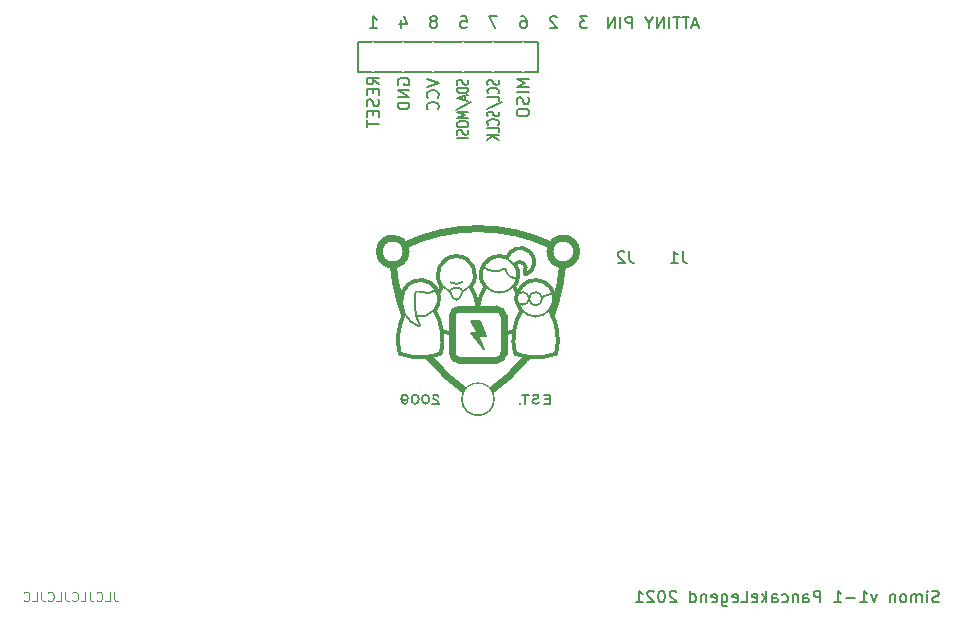
<source format=gbr>
G04 #@! TF.GenerationSoftware,KiCad,Pcbnew,(5.1.6)-1*
G04 #@! TF.CreationDate,2021-06-05T18:08:31+10:00*
G04 #@! TF.ProjectId,Simon,53696d6f-6e2e-46b6-9963-61645f706362,rev?*
G04 #@! TF.SameCoordinates,Original*
G04 #@! TF.FileFunction,Legend,Bot*
G04 #@! TF.FilePolarity,Positive*
%FSLAX46Y46*%
G04 Gerber Fmt 4.6, Leading zero omitted, Abs format (unit mm)*
G04 Created by KiCad (PCBNEW (5.1.6)-1) date 2021-06-05 18:08:31*
%MOMM*%
%LPD*%
G01*
G04 APERTURE LIST*
%ADD10C,0.150000*%
%ADD11C,0.120000*%
%ADD12C,0.600000*%
%ADD13C,0.300000*%
%ADD14C,2.002000*%
%ADD15R,2.002000X2.002000*%
%ADD16O,1.702000X2.502000*%
%ADD17R,1.702000X2.502000*%
%ADD18C,2.602000*%
%ADD19R,2.602000X2.602000*%
%ADD20R,2.102000X2.102000*%
%ADD21C,2.102000*%
%ADD22C,2.202000*%
%ADD23C,0.100000*%
G04 APERTURE END LIST*
D10*
X18633333Y23433333D02*
X18157142Y23433333D01*
X18728571Y23147619D02*
X18395238Y24147619D01*
X18061904Y23147619D01*
X17871428Y24147619D02*
X17300000Y24147619D01*
X17585714Y23147619D02*
X17585714Y24147619D01*
X17109523Y24147619D02*
X16538095Y24147619D01*
X16823809Y23147619D02*
X16823809Y24147619D01*
X16204761Y23147619D02*
X16204761Y24147619D01*
X15728571Y23147619D02*
X15728571Y24147619D01*
X15157142Y23147619D01*
X15157142Y24147619D01*
X14490476Y23623809D02*
X14490476Y23147619D01*
X14823809Y24147619D02*
X14490476Y23623809D01*
X14157142Y24147619D01*
X13061904Y23147619D02*
X13061904Y24147619D01*
X12680952Y24147619D01*
X12585714Y24100000D01*
X12538095Y24052380D01*
X12490476Y23957142D01*
X12490476Y23814285D01*
X12538095Y23719047D01*
X12585714Y23671428D01*
X12680952Y23623809D01*
X13061904Y23623809D01*
X12061904Y23147619D02*
X12061904Y24147619D01*
X11585714Y23147619D02*
X11585714Y24147619D01*
X11014285Y23147619D01*
X11014285Y24147619D01*
D11*
X-30804761Y-24561904D02*
X-30804761Y-25133333D01*
X-30766666Y-25247619D01*
X-30690476Y-25323809D01*
X-30576190Y-25361904D01*
X-30500000Y-25361904D01*
X-31566666Y-25361904D02*
X-31185714Y-25361904D01*
X-31185714Y-24561904D01*
X-32290476Y-25285714D02*
X-32252380Y-25323809D01*
X-32138095Y-25361904D01*
X-32061904Y-25361904D01*
X-31947619Y-25323809D01*
X-31871428Y-25247619D01*
X-31833333Y-25171428D01*
X-31795238Y-25019047D01*
X-31795238Y-24904761D01*
X-31833333Y-24752380D01*
X-31871428Y-24676190D01*
X-31947619Y-24600000D01*
X-32061904Y-24561904D01*
X-32138095Y-24561904D01*
X-32252380Y-24600000D01*
X-32290476Y-24638095D01*
X-32861904Y-24561904D02*
X-32861904Y-25133333D01*
X-32823809Y-25247619D01*
X-32747619Y-25323809D01*
X-32633333Y-25361904D01*
X-32557142Y-25361904D01*
X-33623809Y-25361904D02*
X-33242857Y-25361904D01*
X-33242857Y-24561904D01*
X-34347619Y-25285714D02*
X-34309523Y-25323809D01*
X-34195238Y-25361904D01*
X-34119047Y-25361904D01*
X-34004761Y-25323809D01*
X-33928571Y-25247619D01*
X-33890476Y-25171428D01*
X-33852380Y-25019047D01*
X-33852380Y-24904761D01*
X-33890476Y-24752380D01*
X-33928571Y-24676190D01*
X-34004761Y-24600000D01*
X-34119047Y-24561904D01*
X-34195238Y-24561904D01*
X-34309523Y-24600000D01*
X-34347619Y-24638095D01*
X-34919047Y-24561904D02*
X-34919047Y-25133333D01*
X-34880952Y-25247619D01*
X-34804761Y-25323809D01*
X-34690476Y-25361904D01*
X-34614285Y-25361904D01*
X-35680952Y-25361904D02*
X-35300000Y-25361904D01*
X-35300000Y-24561904D01*
X-36404761Y-25285714D02*
X-36366666Y-25323809D01*
X-36252380Y-25361904D01*
X-36176190Y-25361904D01*
X-36061904Y-25323809D01*
X-35985714Y-25247619D01*
X-35947619Y-25171428D01*
X-35909523Y-25019047D01*
X-35909523Y-24904761D01*
X-35947619Y-24752380D01*
X-35985714Y-24676190D01*
X-36061904Y-24600000D01*
X-36176190Y-24561904D01*
X-36252380Y-24561904D01*
X-36366666Y-24600000D01*
X-36404761Y-24638095D01*
X-36976190Y-24561904D02*
X-36976190Y-25133333D01*
X-36938095Y-25247619D01*
X-36861904Y-25323809D01*
X-36747619Y-25361904D01*
X-36671428Y-25361904D01*
X-37738095Y-25361904D02*
X-37357142Y-25361904D01*
X-37357142Y-24561904D01*
X-38461904Y-25285714D02*
X-38423809Y-25323809D01*
X-38309523Y-25361904D01*
X-38233333Y-25361904D01*
X-38119047Y-25323809D01*
X-38042857Y-25247619D01*
X-38004761Y-25171428D01*
X-37966666Y-25019047D01*
X-37966666Y-24904761D01*
X-38004761Y-24752380D01*
X-38042857Y-24676190D01*
X-38119047Y-24600000D01*
X-38233333Y-24561904D01*
X-38309523Y-24561904D01*
X-38423809Y-24600000D01*
X-38461904Y-24638095D01*
D10*
X39033333Y-25404761D02*
X38890476Y-25452380D01*
X38652380Y-25452380D01*
X38557142Y-25404761D01*
X38509523Y-25357142D01*
X38461904Y-25261904D01*
X38461904Y-25166666D01*
X38509523Y-25071428D01*
X38557142Y-25023809D01*
X38652380Y-24976190D01*
X38842857Y-24928571D01*
X38938095Y-24880952D01*
X38985714Y-24833333D01*
X39033333Y-24738095D01*
X39033333Y-24642857D01*
X38985714Y-24547619D01*
X38938095Y-24500000D01*
X38842857Y-24452380D01*
X38604761Y-24452380D01*
X38461904Y-24500000D01*
X38033333Y-25452380D02*
X38033333Y-24785714D01*
X38033333Y-24452380D02*
X38080952Y-24500000D01*
X38033333Y-24547619D01*
X37985714Y-24500000D01*
X38033333Y-24452380D01*
X38033333Y-24547619D01*
X37557142Y-25452380D02*
X37557142Y-24785714D01*
X37557142Y-24880952D02*
X37509523Y-24833333D01*
X37414285Y-24785714D01*
X37271428Y-24785714D01*
X37176190Y-24833333D01*
X37128571Y-24928571D01*
X37128571Y-25452380D01*
X37128571Y-24928571D02*
X37080952Y-24833333D01*
X36985714Y-24785714D01*
X36842857Y-24785714D01*
X36747619Y-24833333D01*
X36700000Y-24928571D01*
X36700000Y-25452380D01*
X36080952Y-25452380D02*
X36176190Y-25404761D01*
X36223809Y-25357142D01*
X36271428Y-25261904D01*
X36271428Y-24976190D01*
X36223809Y-24880952D01*
X36176190Y-24833333D01*
X36080952Y-24785714D01*
X35938095Y-24785714D01*
X35842857Y-24833333D01*
X35795238Y-24880952D01*
X35747619Y-24976190D01*
X35747619Y-25261904D01*
X35795238Y-25357142D01*
X35842857Y-25404761D01*
X35938095Y-25452380D01*
X36080952Y-25452380D01*
X35319047Y-24785714D02*
X35319047Y-25452380D01*
X35319047Y-24880952D02*
X35271428Y-24833333D01*
X35176190Y-24785714D01*
X35033333Y-24785714D01*
X34938095Y-24833333D01*
X34890476Y-24928571D01*
X34890476Y-25452380D01*
X33747619Y-24785714D02*
X33509523Y-25452380D01*
X33271428Y-24785714D01*
X32366666Y-25452380D02*
X32938095Y-25452380D01*
X32652380Y-25452380D02*
X32652380Y-24452380D01*
X32747619Y-24595238D01*
X32842857Y-24690476D01*
X32938095Y-24738095D01*
X31938095Y-25071428D02*
X31176190Y-25071428D01*
X30176190Y-25452380D02*
X30747619Y-25452380D01*
X30461904Y-25452380D02*
X30461904Y-24452380D01*
X30557142Y-24595238D01*
X30652380Y-24690476D01*
X30747619Y-24738095D01*
X28985714Y-25452380D02*
X28985714Y-24452380D01*
X28604761Y-24452380D01*
X28509523Y-24500000D01*
X28461904Y-24547619D01*
X28414285Y-24642857D01*
X28414285Y-24785714D01*
X28461904Y-24880952D01*
X28509523Y-24928571D01*
X28604761Y-24976190D01*
X28985714Y-24976190D01*
X27557142Y-25452380D02*
X27557142Y-24928571D01*
X27604761Y-24833333D01*
X27700000Y-24785714D01*
X27890476Y-24785714D01*
X27985714Y-24833333D01*
X27557142Y-25404761D02*
X27652380Y-25452380D01*
X27890476Y-25452380D01*
X27985714Y-25404761D01*
X28033333Y-25309523D01*
X28033333Y-25214285D01*
X27985714Y-25119047D01*
X27890476Y-25071428D01*
X27652380Y-25071428D01*
X27557142Y-25023809D01*
X27080952Y-24785714D02*
X27080952Y-25452380D01*
X27080952Y-24880952D02*
X27033333Y-24833333D01*
X26938095Y-24785714D01*
X26795238Y-24785714D01*
X26700000Y-24833333D01*
X26652380Y-24928571D01*
X26652380Y-25452380D01*
X25747619Y-25404761D02*
X25842857Y-25452380D01*
X26033333Y-25452380D01*
X26128571Y-25404761D01*
X26176190Y-25357142D01*
X26223809Y-25261904D01*
X26223809Y-24976190D01*
X26176190Y-24880952D01*
X26128571Y-24833333D01*
X26033333Y-24785714D01*
X25842857Y-24785714D01*
X25747619Y-24833333D01*
X24890476Y-25452380D02*
X24890476Y-24928571D01*
X24938095Y-24833333D01*
X25033333Y-24785714D01*
X25223809Y-24785714D01*
X25319047Y-24833333D01*
X24890476Y-25404761D02*
X24985714Y-25452380D01*
X25223809Y-25452380D01*
X25319047Y-25404761D01*
X25366666Y-25309523D01*
X25366666Y-25214285D01*
X25319047Y-25119047D01*
X25223809Y-25071428D01*
X24985714Y-25071428D01*
X24890476Y-25023809D01*
X24414285Y-25452380D02*
X24414285Y-24452380D01*
X24319047Y-25071428D02*
X24033333Y-25452380D01*
X24033333Y-24785714D02*
X24414285Y-25166666D01*
X23223809Y-25404761D02*
X23319047Y-25452380D01*
X23509523Y-25452380D01*
X23604761Y-25404761D01*
X23652380Y-25309523D01*
X23652380Y-24928571D01*
X23604761Y-24833333D01*
X23509523Y-24785714D01*
X23319047Y-24785714D01*
X23223809Y-24833333D01*
X23176190Y-24928571D01*
X23176190Y-25023809D01*
X23652380Y-25119047D01*
X22271428Y-25452380D02*
X22747619Y-25452380D01*
X22747619Y-24452380D01*
X21557142Y-25404761D02*
X21652380Y-25452380D01*
X21842857Y-25452380D01*
X21938095Y-25404761D01*
X21985714Y-25309523D01*
X21985714Y-24928571D01*
X21938095Y-24833333D01*
X21842857Y-24785714D01*
X21652380Y-24785714D01*
X21557142Y-24833333D01*
X21509523Y-24928571D01*
X21509523Y-25023809D01*
X21985714Y-25119047D01*
X20652380Y-24785714D02*
X20652380Y-25595238D01*
X20700000Y-25690476D01*
X20747619Y-25738095D01*
X20842857Y-25785714D01*
X20985714Y-25785714D01*
X21080952Y-25738095D01*
X20652380Y-25404761D02*
X20747619Y-25452380D01*
X20938095Y-25452380D01*
X21033333Y-25404761D01*
X21080952Y-25357142D01*
X21128571Y-25261904D01*
X21128571Y-24976190D01*
X21080952Y-24880952D01*
X21033333Y-24833333D01*
X20938095Y-24785714D01*
X20747619Y-24785714D01*
X20652380Y-24833333D01*
X19795238Y-25404761D02*
X19890476Y-25452380D01*
X20080952Y-25452380D01*
X20176190Y-25404761D01*
X20223809Y-25309523D01*
X20223809Y-24928571D01*
X20176190Y-24833333D01*
X20080952Y-24785714D01*
X19890476Y-24785714D01*
X19795238Y-24833333D01*
X19747619Y-24928571D01*
X19747619Y-25023809D01*
X20223809Y-25119047D01*
X19319047Y-24785714D02*
X19319047Y-25452380D01*
X19319047Y-24880952D02*
X19271428Y-24833333D01*
X19176190Y-24785714D01*
X19033333Y-24785714D01*
X18938095Y-24833333D01*
X18890476Y-24928571D01*
X18890476Y-25452380D01*
X17985714Y-25452380D02*
X17985714Y-24452380D01*
X17985714Y-25404761D02*
X18080952Y-25452380D01*
X18271428Y-25452380D01*
X18366666Y-25404761D01*
X18414285Y-25357142D01*
X18461904Y-25261904D01*
X18461904Y-24976190D01*
X18414285Y-24880952D01*
X18366666Y-24833333D01*
X18271428Y-24785714D01*
X18080952Y-24785714D01*
X17985714Y-24833333D01*
X16795238Y-24547619D02*
X16747619Y-24500000D01*
X16652380Y-24452380D01*
X16414285Y-24452380D01*
X16319047Y-24500000D01*
X16271428Y-24547619D01*
X16223809Y-24642857D01*
X16223809Y-24738095D01*
X16271428Y-24880952D01*
X16842857Y-25452380D01*
X16223809Y-25452380D01*
X15604761Y-24452380D02*
X15509523Y-24452380D01*
X15414285Y-24500000D01*
X15366666Y-24547619D01*
X15319047Y-24642857D01*
X15271428Y-24833333D01*
X15271428Y-25071428D01*
X15319047Y-25261904D01*
X15366666Y-25357142D01*
X15414285Y-25404761D01*
X15509523Y-25452380D01*
X15604761Y-25452380D01*
X15700000Y-25404761D01*
X15747619Y-25357142D01*
X15795238Y-25261904D01*
X15842857Y-25071428D01*
X15842857Y-24833333D01*
X15795238Y-24642857D01*
X15747619Y-24547619D01*
X15700000Y-24500000D01*
X15604761Y-24452380D01*
X14890476Y-24547619D02*
X14842857Y-24500000D01*
X14747619Y-24452380D01*
X14509523Y-24452380D01*
X14414285Y-24500000D01*
X14366666Y-24547619D01*
X14319047Y-24642857D01*
X14319047Y-24738095D01*
X14366666Y-24880952D01*
X14938095Y-25452380D01*
X14319047Y-25452380D01*
X13366666Y-25452380D02*
X13938095Y-25452380D01*
X13652380Y-25452380D02*
X13652380Y-24452380D01*
X13747619Y-24595238D01*
X13842857Y-24690476D01*
X13938095Y-24738095D01*
D12*
X1569904Y-4963953D02*
X-1562096Y-4963953D01*
X-2173346Y-1220703D02*
X-2173346Y-4352703D01*
X1569904Y-609453D02*
X-1562096Y-609453D01*
X2181154Y-4352703D02*
X2181154Y-1220703D01*
X1138519Y-8254779D02*
G75*
G03*
X1138519Y-8254779I-1134615J0D01*
G01*
X-6083021Y4253296D02*
G75*
G03*
X-6083021Y4253296I-1134615J0D01*
G01*
X8360060Y4253296D02*
G75*
G03*
X8360060Y4253296I-1134615J0D01*
G01*
D10*
X-5928077Y-8120070D02*
G75*
G03*
X-5928077Y-8120070I-259791J0D01*
G01*
X-3544669Y-8307896D02*
X-3724650Y-8225208D01*
X-3877461Y-8649279D02*
X-3300480Y-8649279D01*
X3524762Y-8649279D02*
X3524762Y-8557096D01*
X4955805Y-8204767D02*
X4827182Y-8228239D01*
X4026150Y-7860279D02*
X4026150Y-8649279D01*
X4339823Y-7860279D02*
X3712477Y-7860279D01*
X6064207Y-8215329D02*
X5701686Y-8215329D01*
X6064207Y-7860279D02*
X5558023Y-7860279D01*
X6064207Y-8649279D02*
X6064207Y-7860279D01*
X5558023Y-8649279D02*
X6064207Y-8649279D01*
X-89166Y-3038667D02*
X-276906Y-2821435D01*
X-191618Y-2821435D02*
X-89166Y-3038667D01*
X-276906Y-2821435D02*
X-191618Y-2821435D01*
X101526Y-2210082D02*
X-63414Y-1914315D01*
X-19449Y-1914315D02*
X101526Y-2210082D01*
X-63414Y-1914315D02*
X-19449Y-1914315D01*
X272685Y-2670988D02*
X-191113Y-1839315D01*
X371078Y-2670988D02*
X272685Y-2670988D01*
X30906Y-1839315D02*
X371078Y-2670988D01*
X-191113Y-1839315D02*
X30906Y-1839315D01*
X228636Y-2745988D02*
X-318812Y-1764315D01*
X482786Y-2745988D02*
X228636Y-2745988D01*
X81260Y-1764315D02*
X482786Y-2745988D01*
X-318812Y-1764315D02*
X81260Y-1764315D01*
X143012Y-2746435D02*
X-446511Y-1689315D01*
X-440851Y-2746435D02*
X143012Y-2746435D01*
X212447Y-3502362D02*
X-440851Y-2746435D01*
X-108907Y-2820988D02*
X212447Y-3502362D01*
X594494Y-2820988D02*
X-108907Y-2820988D01*
X131615Y-1689315D02*
X594494Y-2820988D01*
X-446511Y-1689315D02*
X131615Y-1689315D01*
X15313Y-2671435D02*
X-574211Y-1614315D01*
X-604796Y-2671435D02*
X15313Y-2671435D01*
X514059Y-3966056D02*
X-604796Y-2671435D01*
X9388Y-2895988D02*
X514059Y-3966056D01*
X706202Y-2895988D02*
X9388Y-2895988D01*
X181969Y-1614315D02*
X706202Y-2895988D01*
X-574211Y-1614315D02*
X181969Y-1614315D01*
X5412494Y426904D02*
X6392937Y742213D01*
X-5336060Y-433262D02*
X-5336060Y635281D01*
X4324599Y280778D02*
G75*
G03*
X4324599Y280778I-531776J0D01*
G01*
X5439183Y256737D02*
G75*
G03*
X5439183Y256737I-555817J0D01*
G01*
D12*
X-4039791Y-4785348D02*
G75*
G03*
X-955660Y-7649314I11265236J9038644D01*
G01*
X963468Y-7649314D02*
G75*
G03*
X4047598Y-4785348I-8181104J11902610D01*
G01*
X6610334Y82709D02*
G75*
G03*
X7167651Y3074963I-13841198J4125993D01*
G01*
X6221315Y4781570D02*
G75*
G03*
X-6213506Y4781570I-6217411J-13036349D01*
G01*
X-7173071Y3119557D02*
G75*
G03*
X-6653810Y257187I14398516J1133739D01*
G01*
X-2173346Y-4352703D02*
G75*
G03*
X-1562096Y-4963953I611250J0D01*
G01*
X1569904Y-4963953D02*
G75*
G03*
X2181154Y-4352703I0J611250D01*
G01*
X-1562096Y-609453D02*
G75*
G03*
X-2173346Y-1220703I0J-611250D01*
G01*
X2181154Y-1220703D02*
G75*
G03*
X1569904Y-609453I-611250J0D01*
G01*
D13*
X-4319324Y-4672865D02*
G75*
G03*
X-4156786Y-4879220I11544769J8926161D01*
G01*
X4164594Y-4879220D02*
G75*
G03*
X4327132Y-4672864I-11382230J9132516D01*
G01*
X6325505Y-1181899D02*
G75*
G03*
X6756254Y47538I-13543141J5435195D01*
G01*
X-6797954Y215685D02*
G75*
G03*
X-6317696Y-1181899I14023399J4037611D01*
G01*
X3662156Y-754764D02*
G75*
G03*
X3141818Y-4388408I4233261J-2460281D01*
G01*
X6624914Y-4388408D02*
G75*
G03*
X6104577Y-754764I-4753598J1173363D01*
G01*
X3141818Y-4388408D02*
G75*
G03*
X6624914Y-4388408I1741548J4645145D01*
G01*
X3363762Y709828D02*
G75*
G03*
X3345271Y-128947I429061J-429050D01*
G01*
X3345271Y-128947D02*
G75*
G03*
X3662156Y-754764I1538095J385684D01*
G01*
X2181154Y-2672250D02*
G75*
G03*
X3046781Y-2533715I-348085J4948657D01*
G01*
X-6617106Y-4388408D02*
G75*
G03*
X-3134010Y-4388408I1741548J4645145D01*
G01*
X-6317697Y-1181899D02*
G75*
G03*
X-6617106Y-4388408I4454189J-2033146D01*
G01*
X-3134011Y-4388408D02*
G75*
G03*
X-3654348Y-754764I-4753598J1173363D01*
G01*
X-3038973Y-2533715D02*
G75*
G03*
X-2173346Y-2672250I1213712J4810122D01*
G01*
X-3046471Y1264906D02*
G75*
G03*
X-3342900Y663493I4233261J-2460281D01*
G01*
X3903Y-463178D02*
G75*
G03*
X-604051Y1264906I-4841215J-732197D01*
G01*
X-604051Y1264906D02*
G75*
G03*
X-3046471Y1264906I-1221210J1011501D01*
G01*
X-3654347Y-754764D02*
G75*
G03*
X-6326249Y897039I-1221211J1011501D01*
G01*
X6182604Y-894212D02*
G75*
G03*
X6610334Y82709I-1299238J1150949D01*
G01*
X6104576Y-754764D02*
G75*
G03*
X3363762Y709828I-1221210J1011501D01*
G01*
X3341338Y686165D02*
G75*
G03*
X3054280Y1264906I-4520319J-1881540D01*
G01*
X3054279Y1264906D02*
G75*
G03*
X3141106Y3172805I-1221210J1011501D01*
G01*
X3940382Y2540392D02*
G75*
G03*
X4124105Y2311503I116071J-95012D01*
G01*
X4124106Y2311502D02*
G75*
G03*
X2468445Y3729262I-532502J1053765D01*
G01*
X2468445Y3729262D02*
G75*
G03*
X611859Y1264906I-635376J-1452855D01*
G01*
X611859Y1264905D02*
G75*
G03*
X3904Y-463179I4233261J-2460280D01*
G01*
X-6326249Y897040D02*
G75*
G03*
X-6264109Y-1068375I2079707J-917936D01*
G01*
X3940382Y2540392D02*
G75*
G03*
X3141106Y3172805I-394392J322837D01*
G01*
D10*
X-4656060Y-7981663D02*
G75*
G03*
X-4656060Y-8527895I415305J-273116D01*
G01*
X-4656060Y-8527896D02*
G75*
G03*
X-4205851Y-8527895I225104J148035D01*
G01*
X-4205851Y-8527896D02*
G75*
G03*
X-4205851Y-7981663I-415306J273117D01*
G01*
X-4205852Y-7981664D02*
G75*
G03*
X-4656060Y-7981663I-225104J-148034D01*
G01*
X-6187868Y-7860280D02*
G75*
G03*
X-6412972Y-7981663I0J-269418D01*
G01*
X-6412972Y-7981663D02*
G75*
G03*
X-6412972Y-8527895I415305J-273116D01*
G01*
X-6412972Y-8527896D02*
G75*
G03*
X-5962763Y-8527895I225104J148035D01*
G01*
X-5542423Y-7981662D02*
G75*
G03*
X-5542423Y-8527895I415306J-273117D01*
G01*
X-5542422Y-8527896D02*
G75*
G03*
X-5092214Y-8527895I225104J148035D01*
G01*
X-5092214Y-8527896D02*
G75*
G03*
X-5092214Y-7981663I-415306J273117D01*
G01*
X-5092213Y-7981663D02*
G75*
G03*
X-5542423Y-7981663I-225105J-148035D01*
G01*
X-3326040Y-8057634D02*
G75*
G03*
X-3388110Y-7929885I-162500J-1D01*
G01*
X-3388109Y-7929885D02*
G75*
G03*
X-3789831Y-7929885I-200861J-255499D01*
G01*
X-3789831Y-7929886D02*
G75*
G03*
X-3789831Y-8185384I100430J-127749D01*
G01*
X-3789831Y-8185384D02*
G75*
G03*
X-3724650Y-8225208I200861J255499D01*
G01*
X-3440564Y-8369757D02*
G75*
G03*
X-3544669Y-8307896I-344167J-460665D01*
G01*
X-3300480Y-8649279D02*
G75*
G03*
X-3440564Y-8369758I-348918J0D01*
G01*
X5127455Y-8575530D02*
G75*
G03*
X5180327Y-8514237I-100303J139972D01*
G01*
X4668395Y-8575530D02*
G75*
G03*
X5127455Y-8575530I229530J320310D01*
G01*
X4668395Y-8295585D02*
G75*
G03*
X4668394Y-8575530I100302J-139973D01*
G01*
X4827182Y-8228238D02*
G75*
G03*
X4668394Y-8295586I70743J-387658D01*
G01*
X4955805Y-8204767D02*
G75*
G03*
X5085722Y-8149665I-57880J317174D01*
G01*
X5085723Y-8149665D02*
G75*
G03*
X5085722Y-7920619I-82066J114523D01*
G01*
X5085723Y-7920618D02*
G75*
G03*
X4710127Y-7920619I-187798J-262073D01*
G01*
X4710127Y-7920619D02*
G75*
G03*
X4666868Y-7970768I82066J-114523D01*
G01*
X3702884Y-685984D02*
G75*
G03*
X6063848Y-685983I1180482J942721D01*
G01*
X652587Y1333686D02*
G75*
G03*
X3013551Y1333687I1180482J942721D01*
G01*
X-4997593Y-2086893D02*
G75*
G03*
X-4907685Y-1977774I25623J70487D01*
G01*
X-3005742Y1333687D02*
G75*
G03*
X-2365458Y865576I1180481J942720D01*
G01*
X-1285064Y865575D02*
G75*
G03*
X-644779Y1333687I-540197J1410832D01*
G01*
X424315Y3004350D02*
G75*
G03*
X2241716Y2805115I1037146J1072050D01*
G01*
X-2085919Y291481D02*
G75*
G03*
X-1564603Y291481I260658J226839D01*
G01*
X-2365630Y866477D02*
G75*
G03*
X-2085919Y291481I1206067J231170D01*
G01*
X-2228095Y1104695D02*
G75*
G03*
X-2365631Y866477I68976J-198636D01*
G01*
X-1422427Y1104695D02*
G75*
G03*
X-2228096Y1104695I-402834J-1160070D01*
G01*
X-1284891Y866476D02*
G75*
G03*
X-1422426Y1104695I-206512J39583D01*
G01*
X-1564602Y291481D02*
G75*
G03*
X-1284891Y866477I-926357J806166D01*
G01*
X2355657Y2747790D02*
G75*
G03*
X3398247Y2022026I824588J72811D01*
G01*
X2355657Y2747791D02*
G75*
G03*
X2241716Y2805115I-74709J-6597D01*
G01*
X-5233450Y-1210972D02*
G75*
G03*
X-3695077Y-685983I357892J1467709D01*
G01*
X-6222283Y-984673D02*
G75*
G03*
X-4997594Y-2086892I1975741J963777D01*
G01*
X-4958129Y866998D02*
G75*
G03*
X-3481951Y1013274I623870J1225801D01*
G01*
X-4958129Y866997D02*
G75*
G03*
X-5336060Y635281I-117931J-231716D01*
G01*
X-5336060Y-433262D02*
G75*
G03*
X-4907685Y-1977774I2998567J0D01*
G01*
X-2335542Y1650637D02*
G75*
G03*
X-1314981Y1650636I510281J883831D01*
G01*
X3096843Y3104134D02*
G75*
G03*
X2447433Y3656557I-1263774J-827727D01*
G01*
X5080000Y21971000D02*
X-10160000Y21971000D01*
X-10160000Y19431000D02*
X5080000Y19431000D01*
X-10160000Y21971000D02*
X-10160000Y19431000D01*
X5080000Y21971000D02*
X5080000Y19431000D01*
X12833333Y4297619D02*
X12833333Y3583333D01*
X12880952Y3440476D01*
X12976190Y3345238D01*
X13119047Y3297619D01*
X13214285Y3297619D01*
X12404761Y4202380D02*
X12357142Y4250000D01*
X12261904Y4297619D01*
X12023809Y4297619D01*
X11928571Y4250000D01*
X11880952Y4202380D01*
X11833333Y4107142D01*
X11833333Y4011904D01*
X11880952Y3869047D01*
X12452380Y3297619D01*
X11833333Y3297619D01*
X17333333Y4297619D02*
X17333333Y3583333D01*
X17380952Y3440476D01*
X17476190Y3345238D01*
X17619047Y3297619D01*
X17714285Y3297619D01*
X16333333Y3297619D02*
X16904761Y3297619D01*
X16619047Y3297619D02*
X16619047Y4297619D01*
X16714285Y4154761D01*
X16809523Y4059523D01*
X16904761Y4011904D01*
X4302380Y18879452D02*
X3302380Y18879452D01*
X4016666Y18546119D01*
X3302380Y18212785D01*
X4302380Y18212785D01*
X4302380Y17736595D02*
X3302380Y17736595D01*
X4254761Y17308023D02*
X4302380Y17165166D01*
X4302380Y16927071D01*
X4254761Y16831833D01*
X4207142Y16784214D01*
X4111904Y16736595D01*
X4016666Y16736595D01*
X3921428Y16784214D01*
X3873809Y16831833D01*
X3826190Y16927071D01*
X3778571Y17117547D01*
X3730952Y17212785D01*
X3683333Y17260404D01*
X3588095Y17308023D01*
X3492857Y17308023D01*
X3397619Y17260404D01*
X3350000Y17212785D01*
X3302380Y17117547D01*
X3302380Y16879452D01*
X3350000Y16736595D01*
X3302380Y16117547D02*
X3302380Y15927071D01*
X3350000Y15831833D01*
X3445238Y15736595D01*
X3635714Y15688976D01*
X3969047Y15688976D01*
X4159523Y15736595D01*
X4254761Y15831833D01*
X4302380Y15927071D01*
X4302380Y16117547D01*
X4254761Y16212785D01*
X4159523Y16308023D01*
X3969047Y16355642D01*
X3635714Y16355642D01*
X3445238Y16308023D01*
X3350000Y16212785D01*
X3302380Y16117547D01*
X1744761Y18769166D02*
X1792380Y18669166D01*
X1792380Y18502500D01*
X1744761Y18435833D01*
X1697142Y18402500D01*
X1601904Y18369166D01*
X1506666Y18369166D01*
X1411428Y18402500D01*
X1363809Y18435833D01*
X1316190Y18502500D01*
X1268571Y18635833D01*
X1220952Y18702500D01*
X1173333Y18735833D01*
X1078095Y18769166D01*
X982857Y18769166D01*
X887619Y18735833D01*
X840000Y18702500D01*
X792380Y18635833D01*
X792380Y18469166D01*
X840000Y18369166D01*
X1697142Y17669166D02*
X1744761Y17702500D01*
X1792380Y17802500D01*
X1792380Y17869166D01*
X1744761Y17969166D01*
X1649523Y18035833D01*
X1554285Y18069166D01*
X1363809Y18102500D01*
X1220952Y18102500D01*
X1030476Y18069166D01*
X935238Y18035833D01*
X840000Y17969166D01*
X792380Y17869166D01*
X792380Y17802500D01*
X840000Y17702500D01*
X887619Y17669166D01*
X1792380Y17035833D02*
X1792380Y17369166D01*
X792380Y17369166D01*
X744761Y16302500D02*
X2030476Y16902500D01*
X1744761Y16102500D02*
X1792380Y16002500D01*
X1792380Y15835833D01*
X1744761Y15769166D01*
X1697142Y15735833D01*
X1601904Y15702500D01*
X1506666Y15702500D01*
X1411428Y15735833D01*
X1363809Y15769166D01*
X1316190Y15835833D01*
X1268571Y15969166D01*
X1220952Y16035833D01*
X1173333Y16069166D01*
X1078095Y16102500D01*
X982857Y16102500D01*
X887619Y16069166D01*
X839999Y16035833D01*
X792380Y15969166D01*
X792380Y15802500D01*
X839999Y15702500D01*
X1697142Y15002500D02*
X1744761Y15035833D01*
X1792380Y15135833D01*
X1792380Y15202500D01*
X1744761Y15302500D01*
X1649523Y15369166D01*
X1554285Y15402500D01*
X1363809Y15435833D01*
X1220952Y15435833D01*
X1030476Y15402500D01*
X935238Y15369166D01*
X839999Y15302500D01*
X792380Y15202500D01*
X792380Y15135833D01*
X839999Y15035833D01*
X887619Y15002500D01*
X1792380Y14369166D02*
X1792380Y14702500D01*
X792380Y14702500D01*
X1792380Y14135833D02*
X792380Y14135833D01*
X1792380Y13735833D02*
X1220952Y14035833D01*
X792380Y13735833D02*
X1363809Y14135833D01*
X-845238Y18769166D02*
X-797619Y18669166D01*
X-797619Y18502500D01*
X-845238Y18435833D01*
X-892857Y18402500D01*
X-988095Y18369166D01*
X-1083333Y18369166D01*
X-1178571Y18402500D01*
X-1226190Y18435833D01*
X-1273809Y18502500D01*
X-1321428Y18635833D01*
X-1369047Y18702500D01*
X-1416666Y18735833D01*
X-1511904Y18769166D01*
X-1607142Y18769166D01*
X-1702380Y18735833D01*
X-1750000Y18702500D01*
X-1797619Y18635833D01*
X-1797619Y18469166D01*
X-1750000Y18369166D01*
X-797619Y18069166D02*
X-1797619Y18069166D01*
X-1797619Y17902500D01*
X-1750000Y17802500D01*
X-1654761Y17735833D01*
X-1559523Y17702500D01*
X-1369047Y17669166D01*
X-1226190Y17669166D01*
X-1035714Y17702500D01*
X-940476Y17735833D01*
X-845238Y17802500D01*
X-797619Y17902500D01*
X-797619Y18069166D01*
X-1083333Y17402500D02*
X-1083333Y17069166D01*
X-797619Y17469166D02*
X-1797619Y17235833D01*
X-797619Y17002500D01*
X-1845238Y16269166D02*
X-559523Y16869166D01*
X-797619Y16035833D02*
X-1797619Y16035833D01*
X-1083333Y15802500D01*
X-1797619Y15569166D01*
X-797619Y15569166D01*
X-1797619Y15102500D02*
X-1797619Y14969166D01*
X-1750000Y14902500D01*
X-1654761Y14835833D01*
X-1464285Y14802500D01*
X-1130952Y14802500D01*
X-940476Y14835833D01*
X-845238Y14902500D01*
X-797619Y14969166D01*
X-797619Y15102500D01*
X-845238Y15169166D01*
X-940476Y15235833D01*
X-1130952Y15269166D01*
X-1464285Y15269166D01*
X-1654761Y15235833D01*
X-1750000Y15169166D01*
X-1797619Y15102500D01*
X-845238Y14535833D02*
X-797619Y14435833D01*
X-797619Y14269166D01*
X-845238Y14202500D01*
X-892857Y14169166D01*
X-988095Y14135833D01*
X-1083333Y14135833D01*
X-1178571Y14169166D01*
X-1226190Y14202500D01*
X-1273809Y14269166D01*
X-1321428Y14402500D01*
X-1369047Y14469166D01*
X-1416666Y14502500D01*
X-1511904Y14535833D01*
X-1607142Y14535833D01*
X-1702380Y14502500D01*
X-1750000Y14469166D01*
X-1797619Y14402500D01*
X-1797619Y14235833D01*
X-1750000Y14135833D01*
X-797619Y13835833D02*
X-1797619Y13835833D01*
X-4317619Y18853261D02*
X-3317619Y18519928D01*
X-4317619Y18186595D01*
X-3412857Y17281833D02*
X-3365238Y17329452D01*
X-3317619Y17472309D01*
X-3317619Y17567547D01*
X-3365238Y17710404D01*
X-3460476Y17805642D01*
X-3555714Y17853261D01*
X-3746190Y17900880D01*
X-3889047Y17900880D01*
X-4079523Y17853261D01*
X-4174761Y17805642D01*
X-4270000Y17710404D01*
X-4317619Y17567547D01*
X-4317619Y17472309D01*
X-4270000Y17329452D01*
X-4222380Y17281833D01*
X-3412857Y16281833D02*
X-3365238Y16329452D01*
X-3317619Y16472309D01*
X-3317619Y16567547D01*
X-3365238Y16710404D01*
X-3460476Y16805642D01*
X-3555714Y16853261D01*
X-3746190Y16900880D01*
X-3889047Y16900880D01*
X-4079523Y16853261D01*
X-4174761Y16805642D01*
X-4270000Y16710404D01*
X-4317619Y16567547D01*
X-4317619Y16472309D01*
X-4270000Y16329452D01*
X-4222380Y16281833D01*
X-6760000Y18384214D02*
X-6807619Y18479452D01*
X-6807619Y18622309D01*
X-6760000Y18765166D01*
X-6664761Y18860404D01*
X-6569523Y18908023D01*
X-6379047Y18955642D01*
X-6236190Y18955642D01*
X-6045714Y18908023D01*
X-5950476Y18860404D01*
X-5855238Y18765166D01*
X-5807619Y18622309D01*
X-5807619Y18527071D01*
X-5855238Y18384214D01*
X-5902857Y18336595D01*
X-6236190Y18336595D01*
X-6236190Y18527071D01*
X-5807619Y17908023D02*
X-6807619Y17908023D01*
X-5807619Y17336595D01*
X-6807619Y17336595D01*
X-5807619Y16860404D02*
X-6807619Y16860404D01*
X-6807619Y16622309D01*
X-6760000Y16479452D01*
X-6664761Y16384214D01*
X-6569523Y16336595D01*
X-6379047Y16288976D01*
X-6236190Y16288976D01*
X-6045714Y16336595D01*
X-5950476Y16384214D01*
X-5855238Y16479452D01*
X-5807619Y16622309D01*
X-5807619Y16860404D01*
X-3674761Y23745047D02*
X-3579523Y23792666D01*
X-3531904Y23840285D01*
X-3484285Y23935523D01*
X-3484285Y23983142D01*
X-3531904Y24078380D01*
X-3579523Y24126000D01*
X-3674761Y24173619D01*
X-3865238Y24173619D01*
X-3960476Y24126000D01*
X-4008095Y24078380D01*
X-4055714Y23983142D01*
X-4055714Y23935523D01*
X-4008095Y23840285D01*
X-3960476Y23792666D01*
X-3865238Y23745047D01*
X-3674761Y23745047D01*
X-3579523Y23697428D01*
X-3531904Y23649809D01*
X-3484285Y23554571D01*
X-3484285Y23364095D01*
X-3531904Y23268857D01*
X-3579523Y23221238D01*
X-3674761Y23173619D01*
X-3865238Y23173619D01*
X-3960476Y23221238D01*
X-4008095Y23268857D01*
X-4055714Y23364095D01*
X-4055714Y23554571D01*
X-4008095Y23649809D01*
X-3960476Y23697428D01*
X-3865238Y23745047D01*
X1643333Y24173619D02*
X976666Y24173619D01*
X1405238Y23173619D01*
X3659523Y24173619D02*
X3850000Y24173619D01*
X3945238Y24126000D01*
X3992857Y24078380D01*
X4088095Y23935523D01*
X4135714Y23745047D01*
X4135714Y23364095D01*
X4088095Y23268857D01*
X4040476Y23221238D01*
X3945238Y23173619D01*
X3754761Y23173619D01*
X3659523Y23221238D01*
X3611904Y23268857D01*
X3564285Y23364095D01*
X3564285Y23602190D01*
X3611904Y23697428D01*
X3659523Y23745047D01*
X3754761Y23792666D01*
X3945238Y23792666D01*
X4040476Y23745047D01*
X4088095Y23697428D01*
X4135714Y23602190D01*
X-1468095Y24173619D02*
X-991904Y24173619D01*
X-944285Y23697428D01*
X-991904Y23745047D01*
X-1087142Y23792666D01*
X-1325238Y23792666D01*
X-1420476Y23745047D01*
X-1468095Y23697428D01*
X-1515714Y23602190D01*
X-1515714Y23364095D01*
X-1468095Y23268857D01*
X-1420476Y23221238D01*
X-1325238Y23173619D01*
X-1087142Y23173619D01*
X-991904Y23221238D01*
X-944285Y23268857D01*
X-6500476Y23840285D02*
X-6500476Y23173619D01*
X-6262380Y24221238D02*
X-6024285Y23506952D01*
X-6643333Y23506952D01*
X9263333Y24173619D02*
X8644285Y24173619D01*
X8977619Y23792666D01*
X8834761Y23792666D01*
X8739523Y23745047D01*
X8691904Y23697428D01*
X8644285Y23602190D01*
X8644285Y23364095D01*
X8691904Y23268857D01*
X8739523Y23221238D01*
X8834761Y23173619D01*
X9120476Y23173619D01*
X9215714Y23221238D01*
X9263333Y23268857D01*
X6675714Y24078380D02*
X6628095Y24126000D01*
X6532857Y24173619D01*
X6294761Y24173619D01*
X6199523Y24126000D01*
X6151904Y24078380D01*
X6104285Y23983142D01*
X6104285Y23887904D01*
X6151904Y23745047D01*
X6723333Y23173619D01*
X6104285Y23173619D01*
X-9135714Y23173619D02*
X-8564285Y23173619D01*
X-8850000Y23173619D02*
X-8850000Y24173619D01*
X-8754761Y24030761D01*
X-8659523Y23935523D01*
X-8564285Y23887904D01*
X-8397619Y18412785D02*
X-8873809Y18746119D01*
X-8397619Y18984214D02*
X-9397619Y18984214D01*
X-9397619Y18603261D01*
X-9350000Y18508023D01*
X-9302380Y18460404D01*
X-9207142Y18412785D01*
X-9064285Y18412785D01*
X-8969047Y18460404D01*
X-8921428Y18508023D01*
X-8873809Y18603261D01*
X-8873809Y18984214D01*
X-8921428Y17984214D02*
X-8921428Y17650880D01*
X-8397619Y17508023D02*
X-8397619Y17984214D01*
X-9397619Y17984214D01*
X-9397619Y17508023D01*
X-8445238Y17127071D02*
X-8397619Y16984214D01*
X-8397619Y16746119D01*
X-8445238Y16650880D01*
X-8492857Y16603261D01*
X-8588095Y16555642D01*
X-8683333Y16555642D01*
X-8778571Y16603261D01*
X-8826190Y16650880D01*
X-8873809Y16746119D01*
X-8921428Y16936595D01*
X-8969047Y17031833D01*
X-9016666Y17079452D01*
X-9111904Y17127071D01*
X-9207142Y17127071D01*
X-9302380Y17079452D01*
X-9350000Y17031833D01*
X-9397619Y16936595D01*
X-9397619Y16698500D01*
X-9350000Y16555642D01*
X-8921428Y16127071D02*
X-8921428Y15793738D01*
X-8397619Y15650880D02*
X-8397619Y16127071D01*
X-9397619Y16127071D01*
X-9397619Y15650880D01*
X-9397619Y15365166D02*
X-9397619Y14793738D01*
X-8397619Y15079452D02*
X-9397619Y15079452D01*
%LPC*%
D14*
X13770000Y12500000D03*
D15*
X11230000Y12500000D03*
D16*
X22190000Y3810000D03*
X29810000Y-3810000D03*
X24730000Y3810000D03*
X27270000Y-3810000D03*
X27270000Y3810000D03*
X24730000Y-3810000D03*
X29810000Y3810000D03*
D17*
X22190000Y-3810000D03*
D18*
X0Y-8255000D03*
D19*
X0Y12065000D03*
D14*
X13770000Y-12500000D03*
D15*
X11230000Y-12500000D03*
D20*
X10500000Y-21250000D03*
D21*
X8000000Y-21250000D03*
D20*
X-3250000Y-18000000D03*
D21*
X3250000Y-18000000D03*
D14*
X-11230000Y12500000D03*
D15*
X-13770000Y12500000D03*
D14*
X-11230000Y-12500000D03*
D15*
X-13770000Y-12500000D03*
D22*
X-32250000Y15000000D03*
X-32250000Y10000000D03*
X-19750000Y15000000D03*
X-19750000Y10000000D03*
X19750000Y15000000D03*
X19750000Y10000000D03*
X32250000Y15000000D03*
X32250000Y10000000D03*
X-19750000Y-15000000D03*
X-19750000Y-10000000D03*
X-32250000Y-15000000D03*
X-32250000Y-10000000D03*
X32250000Y-15000000D03*
X32250000Y-10000000D03*
X19750000Y-15000000D03*
X19750000Y-10000000D03*
D21*
X-30250000Y20750000D03*
X-21750000Y20750000D03*
X30250000Y20750000D03*
X21750000Y20750000D03*
X-30250000Y-20750000D03*
X-21750000Y-20750000D03*
X30250000Y-20750000D03*
X21750000Y-20750000D03*
X-13750000Y-2250000D03*
X-20250000Y-2250000D03*
X-13750000Y2250000D03*
X-20250000Y2250000D03*
D23*
G36*
X13325755Y175005D02*
G01*
X13325275Y170128D01*
X13323323Y160316D01*
X13321900Y155626D01*
X13318076Y146393D01*
X13315766Y142071D01*
X13310213Y133760D01*
X13307104Y129971D01*
X13300029Y122896D01*
X13296240Y119787D01*
X13287929Y114234D01*
X13283607Y111924D01*
X13274374Y108100D01*
X13269684Y106677D01*
X13259872Y104725D01*
X13254995Y104245D01*
X13250000Y104000D01*
X11750000Y104000D01*
X11745005Y104245D01*
X11740128Y104725D01*
X11730316Y106677D01*
X11725626Y108100D01*
X11716393Y111924D01*
X11712071Y114234D01*
X11703760Y119787D01*
X11699971Y122896D01*
X11692896Y129971D01*
X11689787Y133760D01*
X11684234Y142071D01*
X11681924Y146393D01*
X11678100Y155626D01*
X11676677Y160316D01*
X11674725Y170128D01*
X11674245Y175005D01*
X11674000Y180000D01*
X11674000Y930000D01*
X11674030Y930611D01*
X11674030Y931222D01*
X11674091Y933713D01*
X11677670Y1006899D01*
X11677684Y1007180D01*
X11677703Y1007529D01*
X11677950Y1010480D01*
X11678022Y1011116D01*
X11678087Y1011785D01*
X11678394Y1014291D01*
X11689099Y1086779D01*
X11689143Y1087072D01*
X11689196Y1087417D01*
X11689726Y1090307D01*
X11689867Y1090968D01*
X11689998Y1091630D01*
X11690542Y1094062D01*
X11708264Y1165144D01*
X11708331Y1165127D01*
X11708393Y1165369D01*
X11708325Y1165386D01*
X11708407Y1165709D01*
X11709233Y1168603D01*
X11709437Y1169246D01*
X11709630Y1169885D01*
X11710413Y1172268D01*
X11734987Y1241279D01*
X11735005Y1241273D01*
X11735137Y1241631D01*
X11735117Y1241638D01*
X11735229Y1241946D01*
X11735546Y1242748D01*
X11735686Y1243130D01*
X11735694Y1243150D01*
X11735703Y1243146D01*
X11736276Y1244595D01*
X11736556Y1245249D01*
X11736823Y1245896D01*
X11737823Y1248162D01*
X11769022Y1314464D01*
X11769206Y1314852D01*
X11769357Y1315166D01*
X11770613Y1317607D01*
X11770972Y1318261D01*
X11771299Y1318875D01*
X11772508Y1321019D01*
X11810019Y1383944D01*
X11810086Y1383904D01*
X11810194Y1384082D01*
X11810126Y1384123D01*
X11810296Y1384406D01*
X11811949Y1386979D01*
X11812380Y1387607D01*
X11812722Y1388122D01*
X11814137Y1390143D01*
X11857620Y1449122D01*
X11857782Y1449341D01*
X11857990Y1449620D01*
X11859806Y1451915D01*
X11860275Y1452474D01*
X11860706Y1453002D01*
X11862312Y1454875D01*
X11911333Y1509319D01*
X11911380Y1509277D01*
X11911591Y1509511D01*
X11911545Y1509553D01*
X11911769Y1509799D01*
X11913130Y1511210D01*
X11913181Y1511267D01*
X11913192Y1511278D01*
X11913194Y1511276D01*
X11913785Y1511890D01*
X11914274Y1512369D01*
X11914806Y1512904D01*
X11916576Y1514599D01*
X11970674Y1563997D01*
X11970731Y1563934D01*
X11970979Y1564154D01*
X11970920Y1564220D01*
X11971166Y1564442D01*
X11973371Y1566321D01*
X11973914Y1566758D01*
X11974486Y1567230D01*
X11976406Y1568740D01*
X12035078Y1612633D01*
X12035286Y1612788D01*
X12035567Y1612996D01*
X12037993Y1614684D01*
X12038580Y1615068D01*
X12039133Y1615441D01*
X12041235Y1616786D01*
X12103912Y1654744D01*
X12104199Y1654916D01*
X12104499Y1655095D01*
X12106998Y1656493D01*
X12107604Y1656810D01*
X12108241Y1657154D01*
X12110443Y1658275D01*
X12176524Y1689936D01*
X12176754Y1690046D01*
X12177069Y1690195D01*
X12179803Y1691391D01*
X12180437Y1691647D01*
X12181064Y1691910D01*
X12183369Y1692813D01*
X12252206Y1717869D01*
X12252217Y1717839D01*
X12252458Y1717922D01*
X12252446Y1717955D01*
X12252755Y1718066D01*
X12255601Y1718995D01*
X12256259Y1719189D01*
X12256943Y1719400D01*
X12259319Y1720072D01*
X12330292Y1738294D01*
X12330709Y1738399D01*
X12331048Y1738483D01*
X12333727Y1739071D01*
X12334377Y1739195D01*
X12335137Y1739351D01*
X12337565Y1739787D01*
X12409977Y1750997D01*
X12410342Y1751052D01*
X12410688Y1751103D01*
X12413503Y1751438D01*
X12414204Y1751502D01*
X12414893Y1751574D01*
X12417362Y1751772D01*
X12490521Y1755863D01*
X12490887Y1755883D01*
X12491236Y1755900D01*
X12494058Y1755959D01*
X12494764Y1755954D01*
X12495470Y1755959D01*
X12497947Y1755915D01*
X12571157Y1752846D01*
X12571509Y1752830D01*
X12571857Y1752813D01*
X12574692Y1752595D01*
X12575328Y1752528D01*
X12576087Y1752459D01*
X12578551Y1752174D01*
X12651113Y1741976D01*
X12651452Y1741927D01*
X12651798Y1741876D01*
X12654629Y1741377D01*
X12655289Y1741241D01*
X12655982Y1741109D01*
X12658407Y1740584D01*
X12729611Y1723358D01*
X12729596Y1723294D01*
X12729859Y1723227D01*
X12729875Y1723293D01*
X12730199Y1723213D01*
X12733066Y1722416D01*
X12733748Y1722205D01*
X12734408Y1722010D01*
X12736748Y1721258D01*
X12805935Y1697166D01*
X12805928Y1697147D01*
X12806122Y1697075D01*
X12806130Y1697097D01*
X12806448Y1696985D01*
X12809299Y1695884D01*
X12809967Y1695603D01*
X12810555Y1695365D01*
X12812832Y1694379D01*
X12879349Y1663645D01*
X12879709Y1663477D01*
X12880025Y1663328D01*
X12882552Y1662050D01*
X12883119Y1661743D01*
X12883743Y1661417D01*
X12885931Y1660204D01*
X12949131Y1623124D01*
X12949455Y1622932D01*
X12949755Y1622753D01*
X12952148Y1621234D01*
X12952757Y1620823D01*
X12953295Y1620471D01*
X12955344Y1619058D01*
X13014624Y1575989D01*
X13014826Y1575842D01*
X13015108Y1575635D01*
X13017470Y1573792D01*
X13018006Y1573348D01*
X13018501Y1572950D01*
X13020411Y1571336D01*
X13075206Y1522688D01*
X13075455Y1522465D01*
X13075714Y1522232D01*
X13077790Y1520257D01*
X13078310Y1519734D01*
X13078789Y1519264D01*
X13080512Y1517492D01*
X13130287Y1463739D01*
X13130249Y1463704D01*
X13130405Y1463534D01*
X13130443Y1463569D01*
X13130669Y1463323D01*
X13131951Y1461841D01*
X13132055Y1461727D01*
X13132065Y1461715D01*
X13132062Y1461713D01*
X13132661Y1461020D01*
X13133096Y1460485D01*
X13133512Y1459990D01*
X13135069Y1458040D01*
X13179363Y1399684D01*
X13179332Y1399660D01*
X13179513Y1399435D01*
X13179538Y1399454D01*
X13179740Y1399185D01*
X13179922Y1398927D01*
X13179994Y1398838D01*
X13180002Y1398827D01*
X13179996Y1398823D01*
X13181437Y1396784D01*
X13181817Y1396212D01*
X13182224Y1395617D01*
X13183566Y1393548D01*
X13221955Y1331147D01*
X13221915Y1331122D01*
X13222072Y1330862D01*
X13222114Y1330888D01*
X13222289Y1330600D01*
X13223246Y1328919D01*
X13223296Y1328836D01*
X13223302Y1328825D01*
X13223300Y1328824D01*
X13223720Y1328086D01*
X13224047Y1327472D01*
X13224406Y1326818D01*
X13225538Y1324631D01*
X13257656Y1258781D01*
X13257649Y1258777D01*
X13257786Y1258486D01*
X13257797Y1258491D01*
X13257944Y1258185D01*
X13258218Y1257570D01*
X13258426Y1257129D01*
X13258430Y1257120D01*
X13258420Y1257116D01*
X13259135Y1255512D01*
X13259403Y1254861D01*
X13259663Y1254254D01*
X13260585Y1251947D01*
X13286126Y1183269D01*
X13286220Y1183015D01*
X13286340Y1182687D01*
X13287275Y1179881D01*
X13287470Y1179235D01*
X13287675Y1178588D01*
X13288372Y1176191D01*
X13307088Y1105354D01*
X13306808Y1105280D01*
X13306887Y1104997D01*
X13307163Y1105068D01*
X13307249Y1104735D01*
X13307897Y1101893D01*
X13308040Y1101173D01*
X13308182Y1100501D01*
X13308633Y1098085D01*
X13320345Y1025773D01*
X13320322Y1025769D01*
X13320388Y1025376D01*
X13320408Y1025379D01*
X13320458Y1025056D01*
X13320506Y1024672D01*
X13320537Y1024490D01*
X13320540Y1024468D01*
X13320532Y1024467D01*
X13320814Y1022234D01*
X13320878Y1021585D01*
X13320961Y1020840D01*
X13321176Y1018374D01*
X13325777Y945243D01*
X13325794Y944967D01*
X13325814Y944619D01*
X13325846Y943496D01*
X13325848Y943464D01*
X13325925Y941002D01*
X13325998Y930531D01*
X13325999Y930175D01*
X13325999Y930010D01*
X13326000Y930000D01*
X13326000Y180000D01*
X13325755Y175005D01*
G37*
G36*
X11674245Y-195005D02*
G01*
X11674725Y-190128D01*
X11676677Y-180316D01*
X11678100Y-175626D01*
X11681924Y-166393D01*
X11684234Y-162071D01*
X11689787Y-153760D01*
X11692896Y-149971D01*
X11699971Y-142896D01*
X11703760Y-139787D01*
X11712071Y-134234D01*
X11716393Y-131924D01*
X11725626Y-128100D01*
X11730316Y-126677D01*
X11740128Y-124725D01*
X11745005Y-124245D01*
X11750000Y-124000D01*
X13250000Y-124000D01*
X13254995Y-124245D01*
X13259872Y-124725D01*
X13269684Y-126677D01*
X13274374Y-128100D01*
X13283607Y-131924D01*
X13287929Y-134234D01*
X13296240Y-139787D01*
X13300029Y-142896D01*
X13307104Y-149971D01*
X13310213Y-153760D01*
X13315766Y-162071D01*
X13318076Y-166393D01*
X13321900Y-175626D01*
X13323323Y-180316D01*
X13325275Y-190128D01*
X13325755Y-195005D01*
X13326000Y-200000D01*
X13326000Y-950000D01*
X13325970Y-950611D01*
X13325970Y-951222D01*
X13325909Y-953713D01*
X13322330Y-1026899D01*
X13322316Y-1027180D01*
X13322297Y-1027529D01*
X13322050Y-1030480D01*
X13321978Y-1031116D01*
X13321913Y-1031785D01*
X13321606Y-1034291D01*
X13310901Y-1106779D01*
X13310857Y-1107072D01*
X13310804Y-1107417D01*
X13310274Y-1110307D01*
X13310133Y-1110968D01*
X13310002Y-1111630D01*
X13309458Y-1114062D01*
X13291736Y-1185144D01*
X13291669Y-1185127D01*
X13291607Y-1185369D01*
X13291675Y-1185386D01*
X13291593Y-1185709D01*
X13290767Y-1188603D01*
X13290563Y-1189246D01*
X13290370Y-1189885D01*
X13289587Y-1192268D01*
X13265013Y-1261279D01*
X13264995Y-1261273D01*
X13264863Y-1261631D01*
X13264883Y-1261638D01*
X13264771Y-1261946D01*
X13264454Y-1262748D01*
X13264314Y-1263130D01*
X13264306Y-1263150D01*
X13264297Y-1263146D01*
X13263724Y-1264595D01*
X13263444Y-1265249D01*
X13263177Y-1265896D01*
X13262177Y-1268162D01*
X13230978Y-1334464D01*
X13230794Y-1334852D01*
X13230643Y-1335166D01*
X13229387Y-1337607D01*
X13229028Y-1338261D01*
X13228701Y-1338875D01*
X13227492Y-1341019D01*
X13189981Y-1403944D01*
X13189914Y-1403904D01*
X13189806Y-1404082D01*
X13189874Y-1404123D01*
X13189704Y-1404406D01*
X13188051Y-1406979D01*
X13187620Y-1407607D01*
X13187278Y-1408122D01*
X13185863Y-1410143D01*
X13142380Y-1469122D01*
X13142218Y-1469341D01*
X13142010Y-1469620D01*
X13140194Y-1471915D01*
X13139725Y-1472474D01*
X13139294Y-1473002D01*
X13137688Y-1474875D01*
X13088667Y-1529319D01*
X13088620Y-1529277D01*
X13088409Y-1529511D01*
X13088455Y-1529553D01*
X13088231Y-1529799D01*
X13086870Y-1531210D01*
X13086819Y-1531267D01*
X13086808Y-1531278D01*
X13086806Y-1531276D01*
X13086215Y-1531890D01*
X13085726Y-1532369D01*
X13085194Y-1532904D01*
X13083424Y-1534599D01*
X13029326Y-1583997D01*
X13029269Y-1583934D01*
X13029021Y-1584154D01*
X13029080Y-1584220D01*
X13028834Y-1584442D01*
X13026629Y-1586321D01*
X13026086Y-1586758D01*
X13025514Y-1587230D01*
X13023594Y-1588740D01*
X12964922Y-1632633D01*
X12964714Y-1632788D01*
X12964433Y-1632996D01*
X12962007Y-1634684D01*
X12961420Y-1635068D01*
X12960867Y-1635441D01*
X12958765Y-1636786D01*
X12896088Y-1674744D01*
X12895801Y-1674916D01*
X12895501Y-1675095D01*
X12893002Y-1676493D01*
X12892396Y-1676810D01*
X12891759Y-1677154D01*
X12889557Y-1678275D01*
X12823476Y-1709936D01*
X12823246Y-1710046D01*
X12822931Y-1710195D01*
X12820197Y-1711391D01*
X12819563Y-1711647D01*
X12818936Y-1711910D01*
X12816631Y-1712813D01*
X12747794Y-1737869D01*
X12747783Y-1737839D01*
X12747542Y-1737922D01*
X12747554Y-1737955D01*
X12747245Y-1738066D01*
X12744399Y-1738995D01*
X12743741Y-1739189D01*
X12743057Y-1739400D01*
X12740681Y-1740072D01*
X12669708Y-1758294D01*
X12669291Y-1758399D01*
X12668952Y-1758483D01*
X12666273Y-1759071D01*
X12665623Y-1759195D01*
X12664863Y-1759351D01*
X12662435Y-1759787D01*
X12590023Y-1770997D01*
X12589658Y-1771052D01*
X12589312Y-1771103D01*
X12586497Y-1771438D01*
X12585796Y-1771502D01*
X12585107Y-1771574D01*
X12582638Y-1771772D01*
X12509479Y-1775863D01*
X12509113Y-1775883D01*
X12508764Y-1775900D01*
X12505942Y-1775959D01*
X12505236Y-1775954D01*
X12504530Y-1775959D01*
X12502053Y-1775915D01*
X12428843Y-1772846D01*
X12428491Y-1772830D01*
X12428143Y-1772813D01*
X12425308Y-1772595D01*
X12424672Y-1772528D01*
X12423913Y-1772459D01*
X12421449Y-1772174D01*
X12348887Y-1761976D01*
X12348548Y-1761927D01*
X12348202Y-1761876D01*
X12345371Y-1761377D01*
X12344711Y-1761241D01*
X12344018Y-1761109D01*
X12341593Y-1760584D01*
X12270389Y-1743358D01*
X12270404Y-1743294D01*
X12270141Y-1743227D01*
X12270125Y-1743293D01*
X12269801Y-1743213D01*
X12266934Y-1742416D01*
X12266252Y-1742205D01*
X12265592Y-1742010D01*
X12263252Y-1741258D01*
X12194065Y-1717166D01*
X12194072Y-1717147D01*
X12193878Y-1717075D01*
X12193870Y-1717097D01*
X12193552Y-1716985D01*
X12190701Y-1715884D01*
X12190033Y-1715603D01*
X12189445Y-1715365D01*
X12187168Y-1714379D01*
X12120651Y-1683645D01*
X12120291Y-1683477D01*
X12119975Y-1683328D01*
X12117448Y-1682050D01*
X12116881Y-1681743D01*
X12116257Y-1681417D01*
X12114069Y-1680204D01*
X12050869Y-1643124D01*
X12050545Y-1642932D01*
X12050245Y-1642753D01*
X12047852Y-1641234D01*
X12047243Y-1640823D01*
X12046705Y-1640471D01*
X12044656Y-1639058D01*
X11985376Y-1595989D01*
X11985174Y-1595842D01*
X11984892Y-1595635D01*
X11982530Y-1593792D01*
X11981994Y-1593348D01*
X11981499Y-1592950D01*
X11979589Y-1591336D01*
X11924794Y-1542688D01*
X11924545Y-1542465D01*
X11924286Y-1542232D01*
X11922210Y-1540257D01*
X11921690Y-1539734D01*
X11921211Y-1539264D01*
X11919488Y-1537492D01*
X11869713Y-1483739D01*
X11869751Y-1483704D01*
X11869595Y-1483534D01*
X11869557Y-1483569D01*
X11869331Y-1483323D01*
X11868049Y-1481841D01*
X11867945Y-1481727D01*
X11867935Y-1481715D01*
X11867938Y-1481713D01*
X11867339Y-1481020D01*
X11866904Y-1480485D01*
X11866488Y-1479990D01*
X11864931Y-1478040D01*
X11820637Y-1419684D01*
X11820668Y-1419660D01*
X11820487Y-1419435D01*
X11820462Y-1419454D01*
X11820260Y-1419185D01*
X11820078Y-1418927D01*
X11820006Y-1418838D01*
X11819998Y-1418827D01*
X11820004Y-1418823D01*
X11818563Y-1416784D01*
X11818183Y-1416212D01*
X11817776Y-1415617D01*
X11816434Y-1413548D01*
X11778045Y-1351147D01*
X11778085Y-1351122D01*
X11777928Y-1350862D01*
X11777886Y-1350888D01*
X11777711Y-1350600D01*
X11776754Y-1348919D01*
X11776704Y-1348836D01*
X11776698Y-1348825D01*
X11776700Y-1348824D01*
X11776280Y-1348086D01*
X11775953Y-1347472D01*
X11775594Y-1346818D01*
X11774462Y-1344631D01*
X11742344Y-1278781D01*
X11742351Y-1278777D01*
X11742214Y-1278486D01*
X11742203Y-1278491D01*
X11742056Y-1278185D01*
X11741782Y-1277570D01*
X11741574Y-1277129D01*
X11741570Y-1277120D01*
X11741580Y-1277116D01*
X11740865Y-1275512D01*
X11740597Y-1274861D01*
X11740337Y-1274254D01*
X11739415Y-1271947D01*
X11713874Y-1203269D01*
X11713780Y-1203015D01*
X11713660Y-1202687D01*
X11712725Y-1199881D01*
X11712530Y-1199235D01*
X11712325Y-1198588D01*
X11711628Y-1196191D01*
X11692912Y-1125354D01*
X11693192Y-1125280D01*
X11693113Y-1124997D01*
X11692837Y-1125068D01*
X11692751Y-1124735D01*
X11692103Y-1121893D01*
X11691960Y-1121173D01*
X11691818Y-1120501D01*
X11691367Y-1118085D01*
X11679655Y-1045773D01*
X11679678Y-1045769D01*
X11679612Y-1045376D01*
X11679592Y-1045379D01*
X11679542Y-1045056D01*
X11679494Y-1044672D01*
X11679463Y-1044490D01*
X11679460Y-1044468D01*
X11679468Y-1044467D01*
X11679186Y-1042234D01*
X11679122Y-1041585D01*
X11679039Y-1040840D01*
X11678824Y-1038374D01*
X11674223Y-965243D01*
X11674206Y-964967D01*
X11674186Y-964619D01*
X11674154Y-963496D01*
X11674152Y-963464D01*
X11674075Y-961002D01*
X11674002Y-950531D01*
X11674001Y-950175D01*
X11674001Y-950010D01*
X11674000Y-950000D01*
X11674000Y-200000D01*
X11674245Y-195005D01*
G37*
D21*
X17000000Y1270000D03*
X17000000Y-1270000D03*
D16*
X8890000Y20701000D03*
X6350000Y20701000D03*
X3810000Y20701000D03*
X1270000Y20701000D03*
X-1270000Y20701000D03*
X-3810000Y20701000D03*
X-6350000Y20701000D03*
X-8890000Y20701000D03*
M02*

</source>
